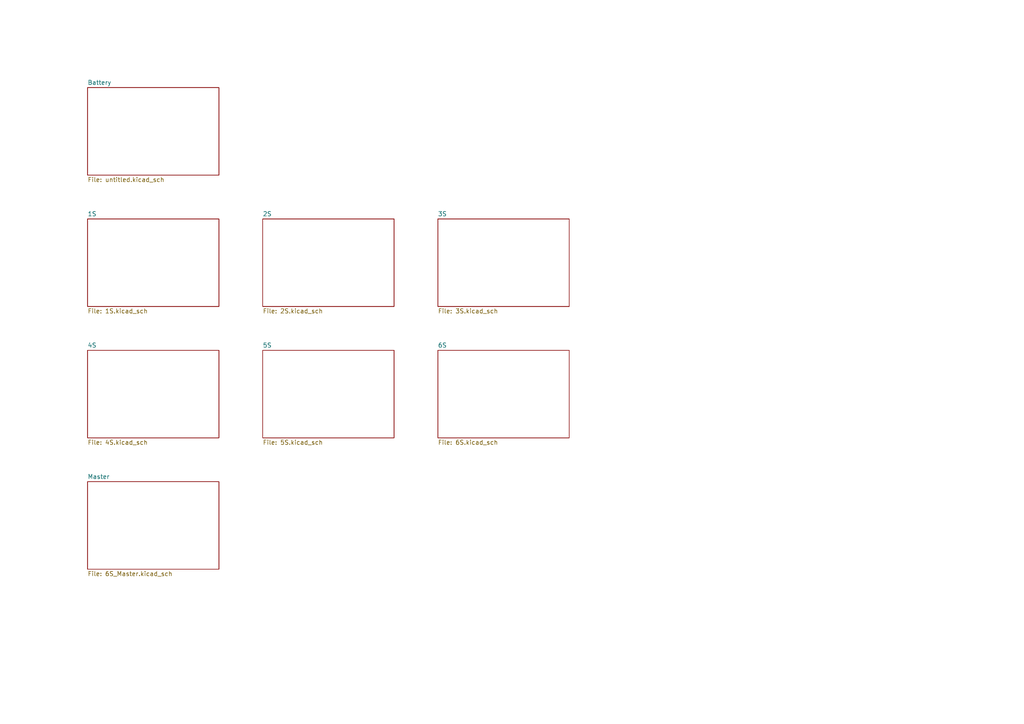
<source format=kicad_sch>
(kicad_sch (version 20211123) (generator eeschema)
  (paper "A4")
  (title_block (title "OpenBatt") (date "2022-07-02") (rev "V1.0") (company "Andre Schrankel"))
  (lib_symbols)
  (sheet (at 76.2 101.6) (size 38.1 25.4) (stroke (width 0.1524))
    (property "Sheet name" "5S" (at 76.2 100.8884 0) (effects (justify left bottom)))
    (property "Sheet file" "5S.kicad_sch" (at 76.2 127.5846 0) (effects (justify left top)))
  )
  (sheet (at 127 63.5) (size 38.1 25.4) (stroke (width 0.1524))
    (property "Sheet name" "3S" (at 127 62.7884 0) (effects (justify left bottom)))
    (property "Sheet file" "3S.kicad_sch" (at 127 89.4846 0) (effects (justify left top)))
  )
  (sheet (at 25.4 139.7) (size 38.1 25.4) (stroke (width 0.1524))
    (property "Sheet name" "Master" (at 25.4 138.9884 0) (effects (justify left bottom)))
    (property "Sheet file" "6S_Master.kicad_sch" (at 25.4 165.6846 0) (effects (justify left top)))
  )
  (sheet (at 25.4 25.4) (size 38.1 25.4) (stroke (width 0.1524))
    (property "Sheet name" "Battery" (at 25.4 24.6884 0) (effects (justify left bottom)))
    (property "Sheet file" "untitled.kicad_sch" (at 25.4 51.3846 0) (effects (justify left top)))
  )
  (sheet (at 127 101.6) (size 38.1 25.4) (stroke (width 0.1524))
    (property "Sheet name" "6S" (at 127 100.8884 0) (effects (justify left bottom)))
    (property "Sheet file" "6S.kicad_sch" (at 127 127.5846 0) (effects (justify left top)))
  )
  (sheet (at 25.4 63.5) (size 38.1 25.4) (stroke (width 0.1524))
    (property "Sheet name" "1S" (at 25.4 62.7884 0) (effects (justify left bottom)))
    (property "Sheet file" "1S.kicad_sch" (at 25.4 89.4846 0) (effects (justify left top)))
  )
  (sheet (at 76.2 63.5) (size 38.1 25.4) (stroke (width 0.1524))
    (property "Sheet name" "2S" (at 76.2 62.7884 0) (effects (justify left bottom)))
    (property "Sheet file" "2S.kicad_sch" (at 76.2 89.4846 0) (effects (justify left top)))
  )
  (sheet (at 25.4 101.6) (size 38.1 25.4) (stroke (width 0.1524))
    (property "Sheet name" "4S" (at 25.4 100.8884 0) (effects (justify left bottom)))
    (property "Sheet file" "4S.kicad_sch" (at 25.4 127.5846 0) (effects (justify left top)))
  )
)
</source>
